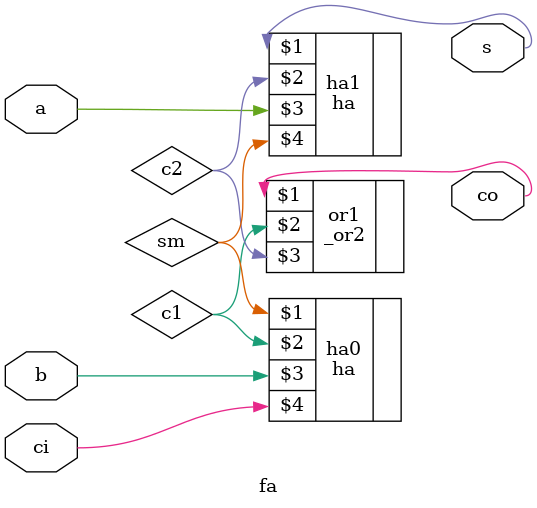
<source format=v>
module fa(s, co, a, b, ci);		//full adder
	input a, b, ci;
	output s, co;
	
	ha ha0(sm, c1, b, ci);		//sm = b'ci + bci'		c1 = bci
	ha ha1(s, c2, a, sm);		//s = a xor b xor ci		c2 = a(b xor ci)
	_or2 or1(co, c1, c2);		//co = a(b xor ci) + bci
	
endmodule
</source>
